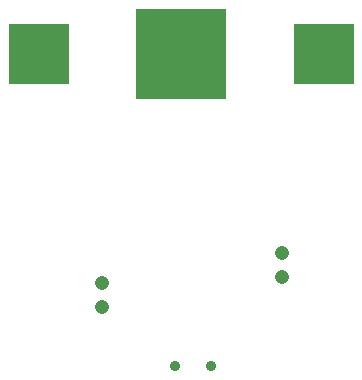
<source format=gbs>
G04 ( created by brdgerber.py ( brdgerber.py v0.1 2014-03-12 ) ) date 2021-02-01 19:08:35 EST*
G04 Gerber Fmt 3.4, Leading zero omitted, Abs format*
%MOIN*%
%FSLAX34Y34*%
G01*
G70*
G90*
G04 APERTURE LIST*
%ADD18C,0.0471*%
%ADD19R,0.0315X0.0394*%
%ADD13R,0.0600X0.0800*%
%ADD15C,0.0354*%
%ADD17R,0.0275X0.0590*%
%ADD14R,0.0800X0.0600*%
%ADD16R,0.0393X0.0314*%
%ADD10R,0.0236X0.0551*%
%ADD11R,0.2000X0.2000*%
%ADD12R,0.3000X0.3000*%
G04 APERTURE END LIST*
G54D18*
D11*
X-26650Y-14000D03*
D11*
X-36150Y-14000D03*
D12*
X-31400Y-14000D03*
D15*
X-31590Y-24400D03*
D15*
X-30410Y-24400D03*
D18*
G01X-34050Y-21657D02*
G01X-34050Y-21657D01*
D18*
G01X-34050Y-22443D02*
G01X-34050Y-22443D01*
D18*
G01X-28050Y-21443D02*
G01X-28050Y-21443D01*
D18*
G01X-28050Y-20657D02*
G01X-28050Y-20657D01*
M02*

</source>
